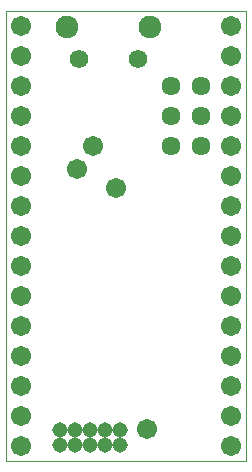
<source format=gbs>
G75*
%MOIN*%
%OFA0B0*%
%FSLAX25Y25*%
%IPPOS*%
%LPD*%
%AMOC8*
5,1,8,0,0,1.08239X$1,22.5*
%
%ADD10C,0.00000*%
%ADD11C,0.06146*%
%ADD12C,0.07591*%
%ADD13C,0.05162*%
%ADD14C,0.06343*%
%ADD15C,0.06737*%
D10*
X0005100Y0005400D02*
X0005100Y0155361D01*
X0085000Y0155361D01*
X0085100Y0005400D01*
X0005100Y0005400D01*
D11*
X0029357Y0139370D03*
X0049043Y0139370D03*
D12*
X0052980Y0150000D03*
X0025420Y0150000D03*
D13*
X0023200Y0015700D03*
X0023200Y0010700D03*
X0028200Y0010700D03*
X0028200Y0015700D03*
X0033200Y0015700D03*
X0033200Y0010700D03*
X0038200Y0010700D03*
X0038200Y0015700D03*
X0043200Y0015700D03*
X0043200Y0010700D03*
D14*
X0060100Y0110400D03*
X0060100Y0120400D03*
X0060100Y0130400D03*
X0070100Y0130400D03*
X0070100Y0120400D03*
X0070100Y0110400D03*
D15*
X0080100Y0110400D03*
X0080100Y0100400D03*
X0080100Y0090400D03*
X0080100Y0080400D03*
X0080100Y0070400D03*
X0080100Y0060400D03*
X0080100Y0050400D03*
X0080100Y0040400D03*
X0080100Y0030400D03*
X0080100Y0020400D03*
X0080100Y0010400D03*
X0052100Y0015900D03*
X0010100Y0020400D03*
X0010100Y0010400D03*
X0010100Y0030400D03*
X0010100Y0040400D03*
X0010100Y0050400D03*
X0010100Y0060400D03*
X0010100Y0070400D03*
X0010100Y0080400D03*
X0010100Y0090400D03*
X0010100Y0100400D03*
X0010100Y0110400D03*
X0010100Y0120400D03*
X0010100Y0130400D03*
X0010100Y0140400D03*
X0010100Y0150400D03*
X0034100Y0110150D03*
X0028850Y0102650D03*
X0041850Y0096400D03*
X0080100Y0120400D03*
X0080100Y0130400D03*
X0080100Y0140400D03*
X0080100Y0150400D03*
M02*

</source>
